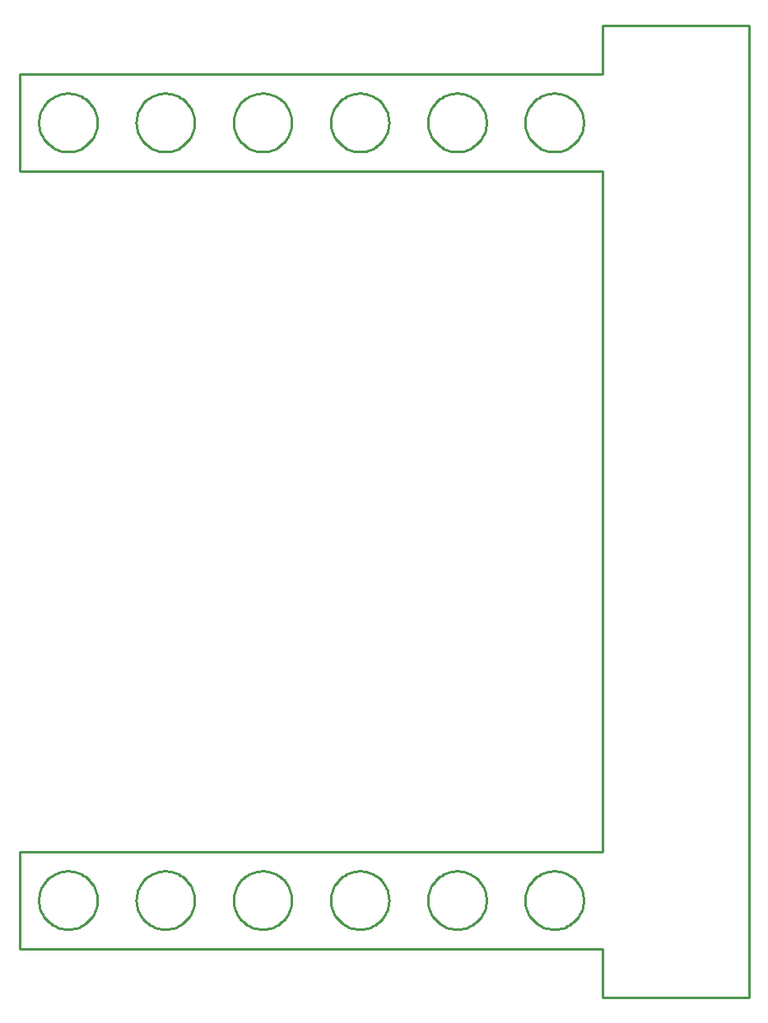
<source format=gm1>
G04 Layer_Color=16711935*
%FSLAX25Y25*%
%MOIN*%
G70*
G01*
G75*
%ADD19C,0.01000*%
D19*
X110236Y78740D02*
X110194Y79742D01*
X110066Y80736D01*
X109855Y81716D01*
X109562Y82675D01*
X109188Y83605D01*
X108736Y84500D01*
X108211Y85354D01*
X107615Y86160D01*
X106952Y86913D01*
X106228Y87606D01*
X105448Y88236D01*
X104618Y88798D01*
X103743Y89287D01*
X102829Y89700D01*
X101884Y90034D01*
X100914Y90286D01*
X99925Y90456D01*
X98927Y90540D01*
X97924D01*
X96925Y90456D01*
X95937Y90286D01*
X94967Y90034D01*
X94021Y89700D01*
X93108Y89287D01*
X92233Y88798D01*
X91402Y88236D01*
X90622Y87606D01*
X89898Y86913D01*
X89236Y86160D01*
X88640Y85354D01*
X88114Y84500D01*
X87663Y83605D01*
X87289Y82675D01*
X86995Y81716D01*
X86784Y80736D01*
X86657Y79742D01*
X86614Y78740D01*
X86657Y77738D01*
X86784Y76744D01*
X86995Y75764D01*
X87289Y74805D01*
X87663Y73875D01*
X88114Y72980D01*
X88640Y72126D01*
X89236Y71320D01*
X89898Y70568D01*
X90622Y69874D01*
X91402Y69244D01*
X92233Y68683D01*
X93108Y68194D01*
X94021Y67781D01*
X94967Y67447D01*
X95937Y67194D01*
X96925Y67025D01*
X97924Y66940D01*
X98927D01*
X99925Y67025D01*
X100914Y67194D01*
X101884Y67447D01*
X102829Y67781D01*
X103743Y68194D01*
X104618Y68683D01*
X105448Y69244D01*
X106228Y69874D01*
X106952Y70568D01*
X107615Y71320D01*
X108211Y72126D01*
X108736Y72980D01*
X109188Y73875D01*
X109562Y74805D01*
X109855Y75764D01*
X110066Y76744D01*
X110194Y77739D01*
X110236Y78740D01*
X70866D02*
X70824Y79742D01*
X70696Y80736D01*
X70485Y81716D01*
X70192Y82675D01*
X69818Y83605D01*
X69366Y84500D01*
X68841Y85354D01*
X68244Y86160D01*
X67582Y86913D01*
X66858Y87606D01*
X66078Y88236D01*
X65248Y88798D01*
X64372Y89287D01*
X63459Y89700D01*
X62514Y90034D01*
X61544Y90286D01*
X60555Y90456D01*
X59556Y90540D01*
X58554D01*
X57555Y90456D01*
X56567Y90286D01*
X55597Y90034D01*
X54651Y89700D01*
X53738Y89287D01*
X52863Y88798D01*
X52032Y88236D01*
X51252Y87606D01*
X50528Y86913D01*
X49866Y86160D01*
X49270Y85354D01*
X48744Y84500D01*
X48293Y83605D01*
X47919Y82675D01*
X47625Y81716D01*
X47414Y80736D01*
X47287Y79742D01*
X47244Y78740D01*
X47287Y77738D01*
X47414Y76744D01*
X47625Y75764D01*
X47919Y74805D01*
X48293Y73875D01*
X48744Y72980D01*
X49270Y72126D01*
X49866Y71320D01*
X50528Y70568D01*
X51252Y69874D01*
X52032Y69244D01*
X52863Y68683D01*
X53738Y68194D01*
X54651Y67781D01*
X55597Y67447D01*
X56567Y67194D01*
X57555Y67025D01*
X58554Y66940D01*
X59556D01*
X60555Y67025D01*
X61544Y67194D01*
X62514Y67447D01*
X63459Y67781D01*
X64372Y68194D01*
X65248Y68683D01*
X66078Y69244D01*
X66858Y69874D01*
X67582Y70568D01*
X68244Y71320D01*
X68841Y72126D01*
X69366Y72980D01*
X69818Y73875D01*
X70192Y74805D01*
X70485Y75764D01*
X70696Y76744D01*
X70824Y77739D01*
X70866Y78740D01*
Y393701D02*
X70824Y394702D01*
X70696Y395697D01*
X70485Y396677D01*
X70192Y397636D01*
X69818Y398566D01*
X69366Y399461D01*
X68841Y400315D01*
X68244Y401121D01*
X67582Y401873D01*
X66858Y402567D01*
X66078Y403197D01*
X65248Y403758D01*
X64372Y404247D01*
X63459Y404660D01*
X62514Y404994D01*
X61544Y405247D01*
X60555Y405416D01*
X59556Y405501D01*
X58554D01*
X57555Y405416D01*
X56567Y405247D01*
X55597Y404994D01*
X54651Y404660D01*
X53738Y404247D01*
X52863Y403758D01*
X52032Y403197D01*
X51252Y402567D01*
X50528Y401873D01*
X49866Y401121D01*
X49270Y400315D01*
X48744Y399461D01*
X48293Y398566D01*
X47919Y397636D01*
X47625Y396677D01*
X47414Y395697D01*
X47287Y394702D01*
X47244Y393701D01*
X47287Y392699D01*
X47414Y391705D01*
X47625Y390725D01*
X47919Y389766D01*
X48293Y388836D01*
X48744Y387941D01*
X49270Y387087D01*
X49866Y386281D01*
X50528Y385528D01*
X51252Y384835D01*
X52032Y384205D01*
X52863Y383643D01*
X53738Y383154D01*
X54651Y382741D01*
X55597Y382407D01*
X56567Y382155D01*
X57555Y381985D01*
X58554Y381900D01*
X59556D01*
X60555Y381985D01*
X61544Y382155D01*
X62514Y382407D01*
X63459Y382741D01*
X64372Y383154D01*
X65248Y383643D01*
X66078Y384205D01*
X66858Y384835D01*
X67582Y385528D01*
X68244Y386281D01*
X68841Y387087D01*
X69366Y387941D01*
X69818Y388836D01*
X70192Y389766D01*
X70485Y390725D01*
X70696Y391705D01*
X70824Y392699D01*
X70866Y393701D01*
X110236D02*
X110194Y394702D01*
X110066Y395697D01*
X109855Y396677D01*
X109562Y397636D01*
X109188Y398566D01*
X108736Y399461D01*
X108211Y400315D01*
X107615Y401121D01*
X106952Y401873D01*
X106228Y402567D01*
X105448Y403197D01*
X104618Y403758D01*
X103743Y404247D01*
X102829Y404660D01*
X101884Y404994D01*
X100914Y405247D01*
X99925Y405416D01*
X98927Y405501D01*
X97924D01*
X96925Y405416D01*
X95937Y405247D01*
X94967Y404994D01*
X94021Y404660D01*
X93108Y404247D01*
X92233Y403758D01*
X91402Y403197D01*
X90622Y402567D01*
X89898Y401873D01*
X89236Y401121D01*
X88640Y400315D01*
X88114Y399461D01*
X87663Y398566D01*
X87289Y397636D01*
X86995Y396677D01*
X86784Y395697D01*
X86657Y394702D01*
X86614Y393701D01*
X86657Y392699D01*
X86784Y391705D01*
X86995Y390725D01*
X87289Y389766D01*
X87663Y388836D01*
X88114Y387941D01*
X88640Y387087D01*
X89236Y386281D01*
X89898Y385528D01*
X90622Y384835D01*
X91402Y384205D01*
X92233Y383643D01*
X93108Y383154D01*
X94021Y382741D01*
X94967Y382407D01*
X95937Y382155D01*
X96925Y381985D01*
X97924Y381900D01*
X98927D01*
X99925Y381985D01*
X100914Y382155D01*
X101884Y382407D01*
X102829Y382741D01*
X103743Y383154D01*
X104618Y383643D01*
X105448Y384205D01*
X106228Y384835D01*
X106952Y385528D01*
X107615Y386281D01*
X108211Y387087D01*
X108736Y387941D01*
X109188Y388836D01*
X109562Y389766D01*
X109855Y390725D01*
X110066Y391705D01*
X110194Y392699D01*
X110236Y393701D01*
X267717D02*
X267674Y394702D01*
X267547Y395697D01*
X267335Y396677D01*
X267042Y397636D01*
X266668Y398566D01*
X266217Y399461D01*
X265691Y400315D01*
X265095Y401121D01*
X264433Y401873D01*
X263709Y402567D01*
X262929Y403197D01*
X262098Y403758D01*
X261223Y404247D01*
X260309Y404660D01*
X259364Y404994D01*
X258394Y405247D01*
X257406Y405416D01*
X256407Y405501D01*
X255404D01*
X254405Y405416D01*
X253417Y405247D01*
X252447Y404994D01*
X251502Y404660D01*
X250588Y404247D01*
X249713Y403758D01*
X248882Y403197D01*
X248102Y402567D01*
X247378Y401873D01*
X246716Y401121D01*
X246120Y400315D01*
X245594Y399461D01*
X245143Y398566D01*
X244769Y397636D01*
X244476Y396677D01*
X244264Y395697D01*
X244137Y394702D01*
X244094Y393701D01*
X244137Y392699D01*
X244264Y391705D01*
X244476Y390725D01*
X244769Y389766D01*
X245143Y388836D01*
X245594Y387941D01*
X246120Y387087D01*
X246716Y386281D01*
X247378Y385528D01*
X248102Y384835D01*
X248882Y384205D01*
X249713Y383643D01*
X250588Y383154D01*
X251502Y382741D01*
X252447Y382407D01*
X253417Y382155D01*
X254405Y381985D01*
X255404Y381900D01*
X256407D01*
X257406Y381985D01*
X258394Y382155D01*
X259364Y382407D01*
X260309Y382741D01*
X261223Y383154D01*
X262098Y383643D01*
X262929Y384205D01*
X263709Y384835D01*
X264433Y385528D01*
X265095Y386281D01*
X265691Y387087D01*
X266217Y387941D01*
X266668Y388836D01*
X267042Y389766D01*
X267335Y390725D01*
X267547Y391705D01*
X267674Y392699D01*
X267717Y393701D01*
X228346D02*
X228304Y394702D01*
X228177Y395697D01*
X227965Y396677D01*
X227672Y397636D01*
X227298Y398566D01*
X226847Y399461D01*
X226321Y400315D01*
X225725Y401121D01*
X225062Y401873D01*
X224339Y402567D01*
X223559Y403197D01*
X222728Y403758D01*
X221853Y404247D01*
X220939Y404660D01*
X219994Y404994D01*
X219024Y405247D01*
X218036Y405416D01*
X217037Y405501D01*
X216034D01*
X215035Y405416D01*
X214047Y405247D01*
X213077Y404994D01*
X212132Y404660D01*
X211218Y404247D01*
X210343Y403758D01*
X209512Y403197D01*
X208732Y402567D01*
X208008Y401873D01*
X207346Y401121D01*
X206750Y400315D01*
X206224Y399461D01*
X205773Y398566D01*
X205399Y397636D01*
X205105Y396677D01*
X204894Y395697D01*
X204767Y394702D01*
X204724Y393701D01*
X204767Y392699D01*
X204894Y391705D01*
X205105Y390725D01*
X205399Y389766D01*
X205773Y388836D01*
X206224Y387941D01*
X206750Y387087D01*
X207346Y386281D01*
X208008Y385528D01*
X208732Y384835D01*
X209512Y384205D01*
X210343Y383643D01*
X211218Y383154D01*
X212132Y382741D01*
X213077Y382407D01*
X214047Y382155D01*
X215035Y381985D01*
X216034Y381900D01*
X217037D01*
X218036Y381985D01*
X219024Y382155D01*
X219994Y382407D01*
X220939Y382741D01*
X221853Y383154D01*
X222728Y383643D01*
X223559Y384205D01*
X224339Y384835D01*
X225062Y385528D01*
X225725Y386281D01*
X226321Y387087D01*
X226847Y387941D01*
X227298Y388836D01*
X227672Y389766D01*
X227965Y390725D01*
X228177Y391705D01*
X228304Y392699D01*
X228346Y393701D01*
X188976D02*
X188934Y394702D01*
X188806Y395697D01*
X188595Y396677D01*
X188302Y397636D01*
X187928Y398566D01*
X187477Y399461D01*
X186951Y400315D01*
X186355Y401121D01*
X185692Y401873D01*
X184969Y402567D01*
X184189Y403197D01*
X183358Y403758D01*
X182483Y404247D01*
X181569Y404660D01*
X180624Y404994D01*
X179654Y405247D01*
X178666Y405416D01*
X177667Y405501D01*
X176664D01*
X175665Y405416D01*
X174677Y405247D01*
X173707Y404994D01*
X172761Y404660D01*
X171848Y404247D01*
X170973Y403758D01*
X170142Y403197D01*
X169362Y402567D01*
X168638Y401873D01*
X167976Y401121D01*
X167380Y400315D01*
X166854Y399461D01*
X166403Y398566D01*
X166029Y397636D01*
X165735Y396677D01*
X165524Y395697D01*
X165397Y394702D01*
X165354Y393701D01*
X165397Y392699D01*
X165524Y391705D01*
X165735Y390725D01*
X166029Y389766D01*
X166403Y388836D01*
X166854Y387941D01*
X167380Y387087D01*
X167976Y386281D01*
X168638Y385528D01*
X169362Y384835D01*
X170142Y384205D01*
X170973Y383643D01*
X171848Y383154D01*
X172762Y382741D01*
X173707Y382407D01*
X174677Y382155D01*
X175665Y381985D01*
X176664Y381900D01*
X177667D01*
X178666Y381985D01*
X179654Y382155D01*
X180624Y382407D01*
X181569Y382741D01*
X182483Y383154D01*
X183358Y383643D01*
X184189Y384205D01*
X184969Y384835D01*
X185692Y385528D01*
X186355Y386281D01*
X186951Y387087D01*
X187477Y387941D01*
X187928Y388836D01*
X188302Y389766D01*
X188595Y390725D01*
X188806Y391705D01*
X188934Y392699D01*
X188976Y393701D01*
X267717Y78740D02*
X267674Y79742D01*
X267547Y80736D01*
X267335Y81716D01*
X267042Y82675D01*
X266668Y83605D01*
X266217Y84500D01*
X265691Y85354D01*
X265095Y86160D01*
X264433Y86913D01*
X263709Y87606D01*
X262929Y88236D01*
X262098Y88798D01*
X261223Y89287D01*
X260309Y89700D01*
X259364Y90034D01*
X258394Y90286D01*
X257406Y90456D01*
X256407Y90540D01*
X255404D01*
X254405Y90456D01*
X253417Y90286D01*
X252447Y90034D01*
X251502Y89700D01*
X250588Y89287D01*
X249713Y88798D01*
X248882Y88236D01*
X248102Y87606D01*
X247378Y86913D01*
X246716Y86160D01*
X246120Y85354D01*
X245594Y84500D01*
X245143Y83605D01*
X244769Y82675D01*
X244476Y81716D01*
X244264Y80736D01*
X244137Y79742D01*
X244094Y78740D01*
X244137Y77738D01*
X244264Y76744D01*
X244476Y75764D01*
X244769Y74805D01*
X245143Y73875D01*
X245594Y72980D01*
X246120Y72126D01*
X246716Y71320D01*
X247378Y70568D01*
X248102Y69874D01*
X248882Y69244D01*
X249713Y68683D01*
X250588Y68194D01*
X251502Y67781D01*
X252447Y67447D01*
X253417Y67194D01*
X254405Y67025D01*
X255404Y66940D01*
X256407D01*
X257406Y67025D01*
X258394Y67194D01*
X259364Y67447D01*
X260309Y67781D01*
X261223Y68194D01*
X262098Y68683D01*
X262929Y69244D01*
X263709Y69874D01*
X264433Y70568D01*
X265095Y71320D01*
X265691Y72126D01*
X266217Y72980D01*
X266668Y73875D01*
X267042Y74805D01*
X267335Y75764D01*
X267547Y76744D01*
X267674Y77739D01*
X267717Y78740D01*
X228346D02*
X228304Y79742D01*
X228177Y80736D01*
X227965Y81716D01*
X227672Y82675D01*
X227298Y83605D01*
X226847Y84500D01*
X226321Y85354D01*
X225725Y86160D01*
X225062Y86913D01*
X224339Y87606D01*
X223559Y88236D01*
X222728Y88798D01*
X221853Y89287D01*
X220939Y89700D01*
X219994Y90034D01*
X219024Y90286D01*
X218036Y90456D01*
X217037Y90540D01*
X216034D01*
X215035Y90456D01*
X214047Y90286D01*
X213077Y90034D01*
X212132Y89700D01*
X211218Y89287D01*
X210343Y88798D01*
X209512Y88236D01*
X208732Y87606D01*
X208008Y86913D01*
X207346Y86160D01*
X206750Y85354D01*
X206224Y84500D01*
X205773Y83605D01*
X205399Y82675D01*
X205105Y81716D01*
X204894Y80736D01*
X204767Y79742D01*
X204724Y78740D01*
X204767Y77738D01*
X204894Y76744D01*
X205105Y75764D01*
X205399Y74805D01*
X205773Y73875D01*
X206224Y72980D01*
X206750Y72126D01*
X207346Y71320D01*
X208008Y70568D01*
X208732Y69874D01*
X209512Y69244D01*
X210343Y68683D01*
X211218Y68194D01*
X212132Y67781D01*
X213077Y67447D01*
X214047Y67194D01*
X215035Y67025D01*
X216034Y66940D01*
X217037D01*
X218036Y67025D01*
X219024Y67194D01*
X219994Y67447D01*
X220939Y67781D01*
X221853Y68194D01*
X222728Y68683D01*
X223559Y69244D01*
X224339Y69874D01*
X225062Y70568D01*
X225725Y71320D01*
X226321Y72126D01*
X226847Y72980D01*
X227298Y73875D01*
X227672Y74805D01*
X227965Y75764D01*
X228177Y76744D01*
X228304Y77739D01*
X228346Y78740D01*
X188976D02*
X188934Y79742D01*
X188806Y80736D01*
X188595Y81716D01*
X188302Y82675D01*
X187928Y83605D01*
X187477Y84500D01*
X186951Y85354D01*
X186355Y86160D01*
X185692Y86913D01*
X184969Y87606D01*
X184189Y88236D01*
X183358Y88798D01*
X182483Y89287D01*
X181569Y89700D01*
X180624Y90034D01*
X179654Y90286D01*
X178666Y90456D01*
X177667Y90540D01*
X176664D01*
X175665Y90456D01*
X174677Y90286D01*
X173707Y90034D01*
X172761Y89700D01*
X171848Y89287D01*
X170973Y88798D01*
X170142Y88236D01*
X169362Y87606D01*
X168638Y86913D01*
X167976Y86160D01*
X167380Y85354D01*
X166854Y84500D01*
X166403Y83605D01*
X166029Y82675D01*
X165735Y81716D01*
X165524Y80736D01*
X165397Y79742D01*
X165354Y78740D01*
X165397Y77738D01*
X165524Y76744D01*
X165735Y75764D01*
X166029Y74805D01*
X166403Y73875D01*
X166854Y72980D01*
X167380Y72126D01*
X167976Y71320D01*
X168638Y70568D01*
X169362Y69874D01*
X170142Y69244D01*
X170973Y68683D01*
X171848Y68194D01*
X172762Y67781D01*
X173707Y67447D01*
X174677Y67194D01*
X175665Y67025D01*
X176664Y66940D01*
X177667D01*
X178666Y67025D01*
X179654Y67194D01*
X180624Y67447D01*
X181569Y67781D01*
X182483Y68194D01*
X183358Y68683D01*
X184189Y69244D01*
X184969Y69874D01*
X185692Y70568D01*
X186355Y71320D01*
X186951Y72126D01*
X187477Y72980D01*
X187928Y73875D01*
X188302Y74805D01*
X188595Y75764D01*
X188806Y76744D01*
X188934Y77739D01*
X188976Y78740D01*
X149606D02*
X149564Y79742D01*
X149436Y80736D01*
X149225Y81716D01*
X148932Y82675D01*
X148558Y83605D01*
X148107Y84500D01*
X147581Y85354D01*
X146985Y86160D01*
X146322Y86913D01*
X145598Y87606D01*
X144818Y88236D01*
X143988Y88798D01*
X143113Y89287D01*
X142199Y89700D01*
X141254Y90034D01*
X140284Y90286D01*
X139295Y90456D01*
X138297Y90540D01*
X137294D01*
X136295Y90456D01*
X135307Y90286D01*
X134337Y90034D01*
X133391Y89700D01*
X132478Y89287D01*
X131603Y88798D01*
X130772Y88236D01*
X129992Y87606D01*
X129268Y86913D01*
X128606Y86160D01*
X128010Y85354D01*
X127484Y84500D01*
X127033Y83605D01*
X126659Y82675D01*
X126365Y81716D01*
X126154Y80736D01*
X126027Y79742D01*
X125984Y78740D01*
X126027Y77738D01*
X126154Y76744D01*
X126365Y75764D01*
X126659Y74805D01*
X127033Y73875D01*
X127484Y72980D01*
X128010Y72126D01*
X128606Y71320D01*
X129268Y70568D01*
X129992Y69874D01*
X130772Y69244D01*
X131603Y68683D01*
X132478Y68194D01*
X133391Y67781D01*
X134337Y67447D01*
X135307Y67194D01*
X136295Y67025D01*
X137294Y66940D01*
X138297D01*
X139295Y67025D01*
X140284Y67194D01*
X141254Y67447D01*
X142199Y67781D01*
X143113Y68194D01*
X143988Y68683D01*
X144818Y69244D01*
X145599Y69874D01*
X146322Y70568D01*
X146985Y71320D01*
X147581Y72126D01*
X148107Y72980D01*
X148558Y73875D01*
X148932Y74805D01*
X149225Y75764D01*
X149436Y76744D01*
X149564Y77739D01*
X149606Y78740D01*
Y393701D02*
X149564Y394702D01*
X149436Y395697D01*
X149225Y396677D01*
X148932Y397636D01*
X148558Y398566D01*
X148107Y399461D01*
X147581Y400315D01*
X146985Y401121D01*
X146322Y401873D01*
X145598Y402567D01*
X144818Y403197D01*
X143988Y403758D01*
X143113Y404247D01*
X142199Y404660D01*
X141254Y404994D01*
X140284Y405247D01*
X139295Y405416D01*
X138297Y405501D01*
X137294D01*
X136295Y405416D01*
X135307Y405247D01*
X134337Y404994D01*
X133391Y404660D01*
X132478Y404247D01*
X131603Y403758D01*
X130772Y403197D01*
X129992Y402567D01*
X129268Y401873D01*
X128606Y401121D01*
X128010Y400315D01*
X127484Y399461D01*
X127033Y398566D01*
X126659Y397636D01*
X126365Y396677D01*
X126154Y395697D01*
X126027Y394702D01*
X125984Y393701D01*
X126027Y392699D01*
X126154Y391705D01*
X126365Y390725D01*
X126659Y389766D01*
X127033Y388836D01*
X127484Y387941D01*
X128010Y387087D01*
X128606Y386281D01*
X129268Y385528D01*
X129992Y384835D01*
X130772Y384205D01*
X131603Y383643D01*
X132478Y383154D01*
X133391Y382741D01*
X134337Y382407D01*
X135307Y382155D01*
X136295Y381985D01*
X137294Y381900D01*
X138297D01*
X139295Y381985D01*
X140284Y382155D01*
X141254Y382407D01*
X142199Y382741D01*
X143113Y383154D01*
X143988Y383643D01*
X144818Y384205D01*
X145599Y384835D01*
X146322Y385528D01*
X146985Y386281D01*
X147581Y387087D01*
X148107Y387941D01*
X148558Y388836D01*
X148932Y389766D01*
X149225Y390725D01*
X149436Y391705D01*
X149564Y392699D01*
X149606Y393701D01*
X275591Y413386D02*
Y433071D01*
Y98425D02*
Y374016D01*
Y39370D02*
Y59055D01*
X39370Y374016D02*
X275591D01*
X39370D02*
Y413386D01*
X275591D01*
X39370Y59055D02*
X275591D01*
X39370D02*
Y98425D01*
X275591D01*
Y433071D02*
X334646D01*
Y39370D02*
Y433071D01*
X275591Y39370D02*
X334646D01*
M02*

</source>
